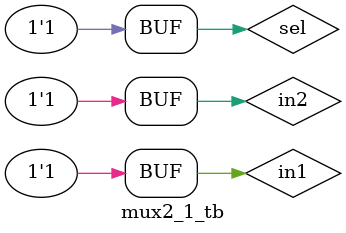
<source format=v>
`timescale 1ns / 1ns

module    mux2_1_tb();
    reg                                        in1                        ;
    reg                                        in2                        ;
    reg                                        sel                        ;
    wire                                       out                        ;



    initial
        begin
            #100                                             
                    in1 = 0;
                    in2 = 0;                          
                    sel = 0;
            #100                                             
                    in1 = 0;
                    in2 = 0;                          
                    sel = 1;
            #100                                             
                    in1 = 1;
                    in2 = 0;                          
                    sel = 0;
                #100                                             
                    in1 = 1;
                    in2 = 0;                          
                    sel = 1;
                #100                                             
                    in1 = 0;
                    in2 = 1;                          
                    sel = 0;
                #100                                             
                    in1 = 0;
                    in2 = 1;                          
                    sel = 1;
                #100                                             
                    in1 = 1;
                    in2 = 1;                          
                    sel = 0;
                #100                                             
                    in1 = 1;
                    in2 = 1;                          
                    sel = 1;
        end                                                
                                                           
                                                           
mux2_1 u_mux2_1(
    .in1                                (in1                       ),
    .in2                                (in2                       ),
    .sel                                (sel                       ),
    .out                                (out                       )
);




endmodule                                                  
</source>
